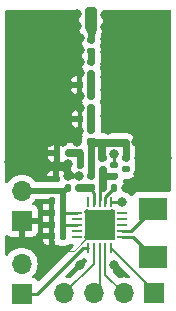
<source format=gbr>
%TF.GenerationSoftware,KiCad,Pcbnew,8.0.4*%
%TF.CreationDate,2024-09-11T18:08:32-07:00*%
%TF.ProjectId,rf-frontend-test,72662d66-726f-46e7-9465-6e642d746573,rev?*%
%TF.SameCoordinates,Original*%
%TF.FileFunction,Copper,L1,Top*%
%TF.FilePolarity,Positive*%
%FSLAX46Y46*%
G04 Gerber Fmt 4.6, Leading zero omitted, Abs format (unit mm)*
G04 Created by KiCad (PCBNEW 8.0.4) date 2024-09-11 18:08:32*
%MOMM*%
%LPD*%
G01*
G04 APERTURE LIST*
G04 Aperture macros list*
%AMRoundRect*
0 Rectangle with rounded corners*
0 $1 Rounding radius*
0 $2 $3 $4 $5 $6 $7 $8 $9 X,Y pos of 4 corners*
0 Add a 4 corners polygon primitive as box body*
4,1,4,$2,$3,$4,$5,$6,$7,$8,$9,$2,$3,0*
0 Add four circle primitives for the rounded corners*
1,1,$1+$1,$2,$3*
1,1,$1+$1,$4,$5*
1,1,$1+$1,$6,$7*
1,1,$1+$1,$8,$9*
0 Add four rect primitives between the rounded corners*
20,1,$1+$1,$2,$3,$4,$5,0*
20,1,$1+$1,$4,$5,$6,$7,0*
20,1,$1+$1,$6,$7,$8,$9,0*
20,1,$1+$1,$8,$9,$2,$3,0*%
G04 Aperture macros list end*
%TA.AperFunction,Conductor*%
%ADD10C,0.200000*%
%TD*%
%TA.AperFunction,Conductor*%
%ADD11C,0.620000*%
%TD*%
%TA.AperFunction,Conductor*%
%ADD12C,0.640000*%
%TD*%
%TA.AperFunction,Conductor*%
%ADD13C,0.590000*%
%TD*%
%TA.AperFunction,Conductor*%
%ADD14C,0.560000*%
%TD*%
%TA.AperFunction,Conductor*%
%ADD15C,0.250000*%
%TD*%
%TA.AperFunction,SMDPad,CuDef*%
%ADD16RoundRect,0.147500X0.172500X-0.147500X0.172500X0.147500X-0.172500X0.147500X-0.172500X-0.147500X0*%
%TD*%
%TA.AperFunction,SMDPad,CuDef*%
%ADD17RoundRect,0.140000X0.140000X0.170000X-0.140000X0.170000X-0.140000X-0.170000X0.140000X-0.170000X0*%
%TD*%
%TA.AperFunction,SMDPad,CuDef*%
%ADD18RoundRect,0.140000X0.170000X-0.140000X0.170000X0.140000X-0.170000X0.140000X-0.170000X-0.140000X0*%
%TD*%
%TA.AperFunction,ComponentPad*%
%ADD19R,1.700000X1.700000*%
%TD*%
%TA.AperFunction,ComponentPad*%
%ADD20O,1.700000X1.700000*%
%TD*%
%TA.AperFunction,SMDPad,CuDef*%
%ADD21RoundRect,0.062500X-0.062500X0.362500X-0.062500X-0.362500X0.062500X-0.362500X0.062500X0.362500X0*%
%TD*%
%TA.AperFunction,SMDPad,CuDef*%
%ADD22RoundRect,0.062500X-0.362500X0.062500X-0.362500X-0.062500X0.362500X-0.062500X0.362500X0.062500X0*%
%TD*%
%TA.AperFunction,HeatsinkPad*%
%ADD23C,0.500000*%
%TD*%
%TA.AperFunction,HeatsinkPad*%
%ADD24R,2.600000X2.600000*%
%TD*%
%TA.AperFunction,SMDPad,CuDef*%
%ADD25R,2.400000X1.900000*%
%TD*%
%TA.AperFunction,SMDPad,CuDef*%
%ADD26RoundRect,0.147500X-0.147500X-0.172500X0.147500X-0.172500X0.147500X0.172500X-0.147500X0.172500X0*%
%TD*%
%TA.AperFunction,SMDPad,CuDef*%
%ADD27RoundRect,0.250000X-0.250000X-0.750000X0.250000X-0.750000X0.250000X0.750000X-0.250000X0.750000X0*%
%TD*%
%TA.AperFunction,SMDPad,CuDef*%
%ADD28RoundRect,0.135000X0.135000X0.185000X-0.135000X0.185000X-0.135000X-0.185000X0.135000X-0.185000X0*%
%TD*%
%TA.AperFunction,SMDPad,CuDef*%
%ADD29RoundRect,0.147500X0.147500X0.172500X-0.147500X0.172500X-0.147500X-0.172500X0.147500X-0.172500X0*%
%TD*%
%TA.AperFunction,ViaPad*%
%ADD30C,0.800000*%
%TD*%
%TA.AperFunction,Conductor*%
%ADD31C,0.100000*%
%TD*%
%TA.AperFunction,Conductor*%
%ADD32C,0.500000*%
%TD*%
G04 APERTURE END LIST*
D10*
%TO.N,Net-(AE1-A)*%
X118070000Y-48720000D02*
X117780000Y-48070000D01*
X118370000Y-48640000D02*
X118560000Y-48010000D01*
D11*
X118180000Y-48965000D02*
X118180000Y-47215000D01*
%TO.N,Net-(CC1-Pad1)*%
X118180000Y-50810000D02*
X118180000Y-49980000D01*
D12*
%TO.N,Net-(CF3-Pad1)*%
X118180000Y-53710000D02*
X118180000Y-51870000D01*
%TO.N,Net-(CF2-Pad1)*%
X118180000Y-56570000D02*
X118180000Y-54740000D01*
D10*
%TO.N,Net-(C6-Pad2)*%
X118550000Y-57550000D02*
X118390000Y-57390000D01*
D12*
%TO.N,Net-(CF1-Pad2)*%
X116320000Y-58560000D02*
X117160000Y-58560000D01*
D13*
X117190000Y-59560000D02*
X117190000Y-58560000D01*
D12*
%TO.N,Net-(C6-Pad2)*%
X121100000Y-57700000D02*
X118160000Y-57700000D01*
D14*
%TO.N,Net-(U1-RXn)*%
X120100000Y-60500000D02*
X119100000Y-60500000D01*
D12*
%TO.N,Net-(U1-TX)*%
X117144800Y-61468000D02*
X118160800Y-61468000D01*
D15*
%TO.N,Net-(U1-RXn)*%
X118872000Y-62484000D02*
X118872000Y-59775000D01*
D11*
%TO.N,Net-(C6-Pad2)*%
X121100000Y-58950000D02*
X121100000Y-57790000D01*
D12*
%TO.N,Net-(U1-RXn)*%
X119126000Y-59975000D02*
X119126000Y-61468000D01*
D11*
%TO.N,Net-(C6-Pad2)*%
X118160000Y-60450000D02*
X118160000Y-57850000D01*
D15*
%TO.N,Net-(U1-TX)*%
X118375000Y-61917800D02*
X118375000Y-62832200D01*
D12*
%TO.N,Net-(C6-Pad2)*%
X119120000Y-58950000D02*
X119120000Y-57830000D01*
D15*
%TO.N,Net-(U1-TX)*%
X118110000Y-61663747D02*
G75*
G02*
X118371453Y-61925200I0J-261453D01*
G01*
%TD*%
D16*
%TO.P,LF4,1,1*%
%TO.N,Net-(CF3-Pad1)*%
X118180000Y-51840000D03*
%TO.P,LF4,2,2*%
%TO.N,Net-(CC1-Pad1)*%
X118180000Y-50870000D03*
%TD*%
D17*
%TO.P,CF2,1*%
%TO.N,Net-(CF2-Pad1)*%
X118220000Y-55650000D03*
%TO.P,CF2,2*%
%TO.N,GND*%
X117260000Y-55650000D03*
%TD*%
D18*
%TO.P,C3,1*%
%TO.N,+3.3V*%
X115220000Y-61720000D03*
%TO.P,C3,2*%
%TO.N,GND*%
X115220000Y-60760000D03*
%TD*%
D19*
%TO.P,J1,1,Pin_1*%
%TO.N,~{RF_IRQ}*%
X112280000Y-70445000D03*
D20*
%TO.P,J1,2,Pin_2*%
%TO.N,~{RF_EN}*%
X112280000Y-67905000D03*
%TD*%
D18*
%TO.P,CR1,1*%
%TO.N,Net-(U1-RXn)*%
X120100000Y-60500000D03*
%TO.P,CR1,2*%
%TO.N,GND*%
X120100000Y-59540000D03*
%TD*%
D17*
%TO.P,C2,1*%
%TO.N,+3.3V*%
X115800000Y-62650000D03*
%TO.P,C2,2*%
%TO.N,GND*%
X114840000Y-62650000D03*
%TD*%
D18*
%TO.P,CC1,1*%
%TO.N,Net-(CC1-Pad1)*%
X118180000Y-49950000D03*
%TO.P,CC1,2*%
%TO.N,Net-(AE1-A)*%
X118180000Y-48990000D03*
%TD*%
D21*
%TO.P,U1,1,SDN*%
%TO.N,~{RF_EN}*%
X119872000Y-62700000D03*
%TO.P,U1,2,RXp*%
%TO.N,Net-(U1-RXp)*%
X119372000Y-62700000D03*
%TO.P,U1,3,RXn*%
%TO.N,Net-(U1-RXn)*%
X118872000Y-62700000D03*
%TO.P,U1,4,TX*%
%TO.N,Net-(U1-TX)*%
X118372000Y-62700000D03*
%TO.P,U1,5,NC*%
%TO.N,unconnected-(U1-NC-Pad5)*%
X117872000Y-62700000D03*
D22*
%TO.P,U1,6,VDD*%
%TO.N,+3.3V*%
X116947000Y-63625000D03*
%TO.P,U1,7,TXRAMP*%
%TO.N,unconnected-(U1-TXRAMP-Pad7)*%
X116947000Y-64125000D03*
%TO.P,U1,8,VDD*%
%TO.N,+3.3V*%
X116947000Y-64625000D03*
%TO.P,U1,9,GPIO0*%
%TO.N,unconnected-(U1-GPIO0-Pad9)*%
X116947000Y-65125000D03*
%TO.P,U1,10,GPIO1*%
%TO.N,unconnected-(U1-GPIO1-Pad10)*%
X116947000Y-65625000D03*
D21*
%TO.P,U1,11,~{IRQ}*%
%TO.N,~{RF_IRQ}*%
X117872000Y-66550000D03*
%TO.P,U1,12,SCLK*%
%TO.N,SCLK*%
X118372000Y-66550000D03*
%TO.P,U1,13,SDO*%
%TO.N,MISO*%
X118872000Y-66550000D03*
%TO.P,U1,14,SDI*%
%TO.N,MOSI*%
X119372000Y-66550000D03*
%TO.P,U1,15,~{SEL}*%
%TO.N,~{RF_CS}*%
X119872000Y-66550000D03*
D22*
%TO.P,U1,16,XOUT*%
%TO.N,Net-(U1-XOUT)*%
X120797000Y-65625000D03*
%TO.P,U1,17,XIN*%
%TO.N,Net-(U1-XIN)*%
X120797000Y-65125000D03*
%TO.P,U1,18,GND*%
%TO.N,unconnected-(U1-GND-Pad18)*%
X120797000Y-64625000D03*
%TO.P,U1,19,GPIO2*%
%TO.N,unconnected-(U1-GPIO2-Pad19)*%
X120797000Y-64125000D03*
%TO.P,U1,20,GPIO3*%
%TO.N,unconnected-(U1-GPIO3-Pad20)*%
X120797000Y-63625000D03*
D23*
%TO.P,U1,21,GND*%
%TO.N,GND*%
X119922000Y-63575000D03*
X117822000Y-63575000D03*
D24*
X118872000Y-64625000D03*
D23*
X119922000Y-65675000D03*
X117822000Y-65675000D03*
%TD*%
D17*
%TO.P,C5,2*%
%TO.N,GND*%
X114840000Y-63620000D03*
%TO.P,C5,1*%
%TO.N,+3.3V*%
X115800000Y-63620000D03*
%TD*%
D25*
%TO.P,Y1,1,1*%
%TO.N,Net-(U1-XIN)*%
X123410000Y-63270000D03*
%TO.P,Y1,2,2*%
%TO.N,Net-(U1-XOUT)*%
X123410000Y-67370000D03*
%TD*%
D16*
%TO.P,LF3,1,1*%
%TO.N,Net-(CF2-Pad1)*%
X118180000Y-54705000D03*
%TO.P,LF3,2,2*%
%TO.N,Net-(CF3-Pad1)*%
X118180000Y-53735000D03*
%TD*%
D17*
%TO.P,CF1,1*%
%TO.N,Net-(C6-Pad2)*%
X118170000Y-59540000D03*
%TO.P,CF1,2*%
%TO.N,Net-(CF1-Pad2)*%
X117210000Y-59540000D03*
%TD*%
D26*
%TO.P,Lchk1,1,1*%
%TO.N,+3.3V*%
X116174800Y-61468000D03*
%TO.P,Lchk1,2,2*%
%TO.N,Net-(U1-TX)*%
X117144800Y-61468000D03*
%TD*%
D18*
%TO.P,C6,1*%
%TO.N,Net-(U1-TX)*%
X118160800Y-61440000D03*
%TO.P,C6,2*%
%TO.N,Net-(C6-Pad2)*%
X118160800Y-60480000D03*
%TD*%
D17*
%TO.P,C4,1*%
%TO.N,+3.3V*%
X115790000Y-64610000D03*
%TO.P,C4,2*%
%TO.N,GND*%
X114830000Y-64610000D03*
%TD*%
D16*
%TO.P,LR2,1,1*%
%TO.N,Net-(U1-RXn)*%
X119126000Y-59944000D03*
%TO.P,LR2,2,2*%
%TO.N,Net-(C6-Pad2)*%
X119126000Y-58974000D03*
%TD*%
D20*
%TO.P,J2,4,Pin_4*%
%TO.N,SCLK*%
X115900000Y-70440000D03*
%TO.P,J2,3,Pin_3*%
%TO.N,MISO*%
X118440000Y-70440000D03*
%TO.P,J2,2,Pin_2*%
%TO.N,MOSI*%
X120980000Y-70440000D03*
D19*
%TO.P,J2,1,Pin_1*%
%TO.N,~{RF_CS}*%
X123520000Y-70440000D03*
%TD*%
D27*
%TO.P,AE1,1,A*%
%TO.N,Net-(AE1-A)*%
X118160000Y-47240000D03*
%TD*%
D18*
%TO.P,CR2,1*%
%TO.N,Net-(U1-RXp)*%
X121100000Y-59938800D03*
%TO.P,CR2,2*%
%TO.N,Net-(C6-Pad2)*%
X121100000Y-58978800D03*
%TD*%
D16*
%TO.P,LF2,1,1*%
%TO.N,Net-(C6-Pad2)*%
X118180000Y-57570000D03*
%TO.P,LF2,2,2*%
%TO.N,Net-(CF2-Pad1)*%
X118180000Y-56600000D03*
%TD*%
D28*
%TO.P,RF1,1*%
%TO.N,Net-(CF1-Pad2)*%
X116270000Y-58560000D03*
%TO.P,RF1,2*%
%TO.N,GND*%
X115250000Y-58560000D03*
%TD*%
D19*
%TO.P,J3,1,Pin_1*%
%TO.N,GND*%
X112290000Y-64265000D03*
D20*
%TO.P,J3,2,Pin_2*%
%TO.N,+3.3V*%
X112290000Y-61725000D03*
%TD*%
D26*
%TO.P,LF1,1,1*%
%TO.N,Net-(CF1-Pad2)*%
X117185000Y-58550000D03*
%TO.P,LF1,2,2*%
%TO.N,Net-(C6-Pad2)*%
X118155000Y-58550000D03*
%TD*%
D29*
%TO.P,LR1,1,1*%
%TO.N,Net-(U1-RXp)*%
X120119000Y-61468000D03*
%TO.P,LR1,2,2*%
%TO.N,Net-(U1-RXn)*%
X119149000Y-61468000D03*
%TD*%
D17*
%TO.P,CF3,1*%
%TO.N,Net-(CF3-Pad1)*%
X118170000Y-52790000D03*
%TO.P,CF3,2*%
%TO.N,GND*%
X117210000Y-52790000D03*
%TD*%
%TO.P,C1,1*%
%TO.N,+3.3V*%
X115790000Y-65570000D03*
%TO.P,C1,2*%
%TO.N,GND*%
X114830000Y-65570000D03*
%TD*%
D30*
%TO.N,GND*%
X113300000Y-56700000D03*
X112900000Y-55300000D03*
X114700000Y-54900000D03*
X114800000Y-53100000D03*
X113100000Y-53500000D03*
X115600000Y-50900000D03*
X113700000Y-51400000D03*
X113500000Y-49100000D03*
X115800000Y-48600000D03*
X115300000Y-47200000D03*
X113600000Y-47000000D03*
X111400000Y-47000000D03*
X111400000Y-48800000D03*
X111400000Y-51100000D03*
X111400000Y-53700000D03*
X111300000Y-56500000D03*
X112200000Y-58200000D03*
X111200000Y-59300000D03*
X113000000Y-59300000D03*
X117000000Y-46800000D03*
X117000000Y-47800000D03*
X117200000Y-48800000D03*
X117200000Y-49800000D03*
X117200000Y-50800000D03*
X117200000Y-51800000D03*
X116300000Y-52800000D03*
X117200000Y-53700000D03*
X117200000Y-54700000D03*
X116300000Y-55700000D03*
X117100000Y-56700000D03*
X117000000Y-57600000D03*
X115800000Y-57600000D03*
X114700000Y-57600000D03*
X114200000Y-58600000D03*
X115200000Y-59600000D03*
X116200000Y-60500000D03*
X116200000Y-59500000D03*
X117100000Y-60500000D03*
X117200000Y-68000000D03*
X120100000Y-68000000D03*
X115200000Y-66800000D03*
X124600000Y-59000000D03*
X124100000Y-56700000D03*
X122900000Y-54900000D03*
X124200000Y-53000000D03*
X122600000Y-51400000D03*
X124300000Y-49300000D03*
X124300000Y-47000000D03*
X122600000Y-48200000D03*
X121500000Y-46900000D03*
X120900000Y-48200000D03*
X120900000Y-49800000D03*
X120900000Y-51400000D03*
X120900000Y-53100000D03*
X120900000Y-54800000D03*
X119300000Y-46900000D03*
X119300000Y-47900000D03*
X119300000Y-48900000D03*
X119300000Y-50000000D03*
X119300000Y-51000000D03*
X119300000Y-52100000D03*
X119300000Y-53200000D03*
X119300000Y-54200000D03*
X119300000Y-55400000D03*
X119600000Y-56600000D03*
X121100000Y-56400000D03*
X122000000Y-57600000D03*
X122200000Y-59000000D03*
X123400000Y-59800000D03*
X124500000Y-61300000D03*
X123400000Y-58300000D03*
X122100000Y-60300000D03*
X123000000Y-61400000D03*
X121100000Y-61500000D03*
X120100000Y-58620000D03*
%TO.N,~{RF_EN}*%
X120800000Y-62700000D03*
%TD*%
D31*
%TO.N,GND*%
X118872000Y-64625000D02*
X118844670Y-64625000D01*
X118844670Y-64625000D02*
X116669670Y-66800000D01*
X116669670Y-66800000D02*
X115200000Y-66800000D01*
D15*
X120100000Y-59540000D02*
X120100000Y-58620000D01*
%TO.N,~{RF_EN}*%
X119872000Y-62700000D02*
X120800000Y-62700000D01*
D32*
%TO.N,+3.3V*%
X115220000Y-61720000D02*
X112295000Y-61720000D01*
D15*
X112295000Y-61720000D02*
X112290000Y-61725000D01*
%TO.N,~{RF_IRQ}*%
X117872000Y-66550000D02*
X117450000Y-66550000D01*
X117450000Y-66550000D02*
X113555000Y-70445000D01*
X113555000Y-70445000D02*
X112280000Y-70445000D01*
D32*
%TO.N,+3.3V*%
X115220000Y-61720000D02*
X115677200Y-61720000D01*
D15*
X115677200Y-61720000D02*
X115800000Y-61842800D01*
D32*
X115800000Y-62650000D02*
X115800000Y-61842800D01*
X115800000Y-61842800D02*
X116174800Y-61468000D01*
X115800000Y-63620000D02*
X115800000Y-62650000D01*
X115790000Y-64610000D02*
X115790000Y-63630000D01*
D15*
X115790000Y-63630000D02*
X115800000Y-63620000D01*
D32*
X115790000Y-65570000D02*
X115790000Y-64610000D01*
D15*
X116947000Y-63625000D02*
X115805000Y-63625000D01*
X115805000Y-63625000D02*
X115800000Y-63620000D01*
X116947000Y-64625000D02*
X115805000Y-64625000D01*
X115805000Y-64625000D02*
X115790000Y-64610000D01*
D10*
%TO.N,SCLK*%
X118372000Y-66550000D02*
X118372000Y-67968000D01*
X118372000Y-67968000D02*
X115900000Y-70440000D01*
%TO.N,MISO*%
X118872000Y-66550000D02*
X118872000Y-70008000D01*
X118872000Y-70008000D02*
X118440000Y-70440000D01*
%TO.N,MOSI*%
X119372000Y-66550000D02*
X119372000Y-68832000D01*
X119372000Y-68832000D02*
X120980000Y-70440000D01*
%TO.N,~{RF_CS}*%
X119872000Y-66550000D02*
X123520000Y-70198000D01*
X123520000Y-70198000D02*
X123520000Y-70440000D01*
D15*
%TO.N,Net-(U1-XOUT)*%
X120797000Y-65625000D02*
X121665000Y-65625000D01*
X121665000Y-65625000D02*
X123410000Y-67370000D01*
%TO.N,Net-(U1-XIN)*%
X120797000Y-65125000D02*
X121555000Y-65125000D01*
X121555000Y-65125000D02*
X123410000Y-63270000D01*
D10*
%TO.N,Net-(U1-RXp)*%
X120142000Y-61445000D02*
X120119000Y-61468000D01*
X120119000Y-61541800D02*
X120119000Y-61468000D01*
D15*
X119372000Y-62738000D02*
X119372000Y-62288800D01*
X119372000Y-62288800D02*
X120119000Y-61541800D01*
D10*
%TO.N,Net-(U1-RXn)*%
X119149000Y-60048000D02*
X119126000Y-60025000D01*
%TD*%
%TA.AperFunction,Conductor*%
%TO.N,GND*%
G36*
X114872523Y-62475422D02*
G01*
X114930097Y-62492149D01*
X114988980Y-62529753D01*
X115018187Y-62593226D01*
X115019500Y-62611224D01*
X115019500Y-62884697D01*
X115022356Y-62920991D01*
X115022357Y-62920994D01*
X115044576Y-62997469D01*
X115049500Y-63032065D01*
X115049500Y-63237934D01*
X115044576Y-63272530D01*
X115022357Y-63349005D01*
X115022356Y-63349008D01*
X115019500Y-63385302D01*
X115019500Y-63854697D01*
X115022356Y-63890991D01*
X115022357Y-63890994D01*
X115034576Y-63933050D01*
X115039500Y-63967646D01*
X115039500Y-64227934D01*
X115034576Y-64262530D01*
X115012357Y-64339005D01*
X115012356Y-64339008D01*
X115009500Y-64375302D01*
X115009500Y-64844697D01*
X115012356Y-64880991D01*
X115012357Y-64880994D01*
X115034576Y-64957469D01*
X115039500Y-64992065D01*
X115039500Y-65187934D01*
X115034576Y-65222530D01*
X115012357Y-65299005D01*
X115012356Y-65299008D01*
X115009500Y-65335302D01*
X115009500Y-65804697D01*
X115012356Y-65840991D01*
X115012357Y-65840997D01*
X115057503Y-65996389D01*
X115057505Y-65996393D01*
X115057506Y-65996395D01*
X115062732Y-66005233D01*
X115080000Y-66068352D01*
X115080000Y-66374503D01*
X115226194Y-66332032D01*
X115246384Y-66320091D01*
X115314108Y-66302906D01*
X115372629Y-66320089D01*
X115393605Y-66332494D01*
X115434587Y-66344400D01*
X115549002Y-66377642D01*
X115549005Y-66377642D01*
X115549007Y-66377643D01*
X115585310Y-66380500D01*
X115585318Y-66380500D01*
X115994682Y-66380500D01*
X115994690Y-66380500D01*
X116030993Y-66377643D01*
X116030995Y-66377642D01*
X116030997Y-66377642D01*
X116071975Y-66365736D01*
X116186395Y-66332494D01*
X116324507Y-66250815D01*
X116332402Y-66246146D01*
X116334257Y-66249282D01*
X116383453Y-66229437D01*
X116429055Y-66236214D01*
X116429674Y-66233905D01*
X116437524Y-66236008D01*
X116437526Y-66236008D01*
X116437528Y-66236009D01*
X116547599Y-66250500D01*
X116565544Y-66250499D01*
X116632582Y-66270181D01*
X116678339Y-66322982D01*
X116688286Y-66392140D01*
X116659264Y-66455697D01*
X116653228Y-66462180D01*
X113755874Y-69359534D01*
X113694551Y-69393019D01*
X113624859Y-69388035D01*
X113568926Y-69346164D01*
X113487546Y-69237454D01*
X113407970Y-69177883D01*
X113372335Y-69151206D01*
X113372328Y-69151202D01*
X113240917Y-69102189D01*
X113184983Y-69060318D01*
X113160566Y-68994853D01*
X113175418Y-68926580D01*
X113196563Y-68898332D01*
X113318495Y-68776401D01*
X113454035Y-68582830D01*
X113553903Y-68368663D01*
X113615063Y-68140408D01*
X113635659Y-67905000D01*
X113615063Y-67669592D01*
X113563018Y-67475355D01*
X113553905Y-67441344D01*
X113553904Y-67441343D01*
X113553903Y-67441337D01*
X113454035Y-67227171D01*
X113433925Y-67198450D01*
X113318494Y-67033597D01*
X113151402Y-66866506D01*
X113151395Y-66866501D01*
X112957834Y-66730967D01*
X112957830Y-66730965D01*
X112957828Y-66730964D01*
X112743663Y-66631097D01*
X112743659Y-66631096D01*
X112743655Y-66631094D01*
X112515413Y-66569938D01*
X112515403Y-66569936D01*
X112280001Y-66549341D01*
X112279999Y-66549341D01*
X112044596Y-66569936D01*
X112044586Y-66569938D01*
X111816344Y-66631094D01*
X111816335Y-66631098D01*
X111602171Y-66730964D01*
X111602169Y-66730965D01*
X111408597Y-66866505D01*
X111241505Y-67033597D01*
X111126075Y-67198450D01*
X111071498Y-67242075D01*
X111002000Y-67249269D01*
X110939645Y-67217746D01*
X110904231Y-67157516D01*
X110900500Y-67127327D01*
X110900500Y-65820000D01*
X114051210Y-65820000D01*
X114052854Y-65840910D01*
X114097968Y-65996195D01*
X114180278Y-66135374D01*
X114180285Y-66135383D01*
X114294616Y-66249714D01*
X114294625Y-66249721D01*
X114433804Y-66332031D01*
X114580000Y-66374504D01*
X114580000Y-65820000D01*
X114051210Y-65820000D01*
X110900500Y-65820000D01*
X110900500Y-65583433D01*
X110920185Y-65516394D01*
X110972989Y-65470639D01*
X111042147Y-65460695D01*
X111098811Y-65484167D01*
X111197906Y-65558350D01*
X111197913Y-65558354D01*
X111332620Y-65608596D01*
X111332627Y-65608598D01*
X111392155Y-65614999D01*
X111392172Y-65615000D01*
X112040000Y-65615000D01*
X112040000Y-64698012D01*
X112097007Y-64730925D01*
X112224174Y-64765000D01*
X112355826Y-64765000D01*
X112482993Y-64730925D01*
X112540000Y-64698012D01*
X112540000Y-65615000D01*
X113187828Y-65615000D01*
X113187844Y-65614999D01*
X113247372Y-65608598D01*
X113247379Y-65608596D01*
X113382086Y-65558354D01*
X113382093Y-65558350D01*
X113497187Y-65472190D01*
X113497190Y-65472187D01*
X113583350Y-65357093D01*
X113583354Y-65357086D01*
X113597186Y-65319999D01*
X114051209Y-65319999D01*
X114051210Y-65320000D01*
X114580000Y-65320000D01*
X114580000Y-64860000D01*
X114051210Y-64860000D01*
X114052854Y-64880910D01*
X114097968Y-65036195D01*
X114099942Y-65040756D01*
X114108499Y-65110099D01*
X114099942Y-65139244D01*
X114097966Y-65143809D01*
X114052855Y-65299081D01*
X114052854Y-65299087D01*
X114051209Y-65319999D01*
X113597186Y-65319999D01*
X113633596Y-65222379D01*
X113633598Y-65222372D01*
X113639999Y-65162844D01*
X113640000Y-65162827D01*
X113640000Y-64515000D01*
X112723012Y-64515000D01*
X112755925Y-64457993D01*
X112782183Y-64359999D01*
X114051209Y-64359999D01*
X114051210Y-64360000D01*
X114580000Y-64360000D01*
X114580000Y-63870000D01*
X114061210Y-63870000D01*
X114062854Y-63890910D01*
X114107968Y-64046195D01*
X114111066Y-64053353D01*
X114109069Y-64054216D01*
X114123511Y-64111159D01*
X114106331Y-64169662D01*
X114097970Y-64183799D01*
X114097966Y-64183809D01*
X114052855Y-64339081D01*
X114052854Y-64339087D01*
X114051209Y-64359999D01*
X112782183Y-64359999D01*
X112790000Y-64330826D01*
X112790000Y-64199174D01*
X112755925Y-64072007D01*
X112723012Y-64015000D01*
X113640000Y-64015000D01*
X113640000Y-63369999D01*
X114061209Y-63369999D01*
X114061210Y-63370000D01*
X114590000Y-63370000D01*
X114590000Y-62900000D01*
X114061210Y-62900000D01*
X114062854Y-62920910D01*
X114107968Y-63076195D01*
X114111066Y-63083353D01*
X114108602Y-63084419D01*
X114122596Y-63139632D01*
X114109048Y-63185773D01*
X114111066Y-63186647D01*
X114107966Y-63193809D01*
X114062855Y-63349081D01*
X114062854Y-63349087D01*
X114061209Y-63369999D01*
X113640000Y-63369999D01*
X113640000Y-63367172D01*
X113639999Y-63367155D01*
X113633598Y-63307627D01*
X113633596Y-63307620D01*
X113583354Y-63172913D01*
X113583350Y-63172906D01*
X113497190Y-63057812D01*
X113497187Y-63057809D01*
X113382093Y-62971649D01*
X113382088Y-62971646D01*
X113250528Y-62922577D01*
X113194595Y-62880705D01*
X113170178Y-62815241D01*
X113185030Y-62746968D01*
X113206175Y-62718720D01*
X113328495Y-62596401D01*
X113379628Y-62523376D01*
X113434205Y-62479751D01*
X113481202Y-62470500D01*
X114837934Y-62470500D01*
X114872523Y-62475422D01*
G37*
%TD.AperFunction*%
%TA.AperFunction,Conductor*%
G36*
X117565994Y-67421108D02*
G01*
X117570109Y-67422727D01*
X117662528Y-67461009D01*
X117663683Y-67461161D01*
X117664583Y-67461559D01*
X117670378Y-67463112D01*
X117670135Y-67464015D01*
X117727580Y-67489426D01*
X117766052Y-67547750D01*
X117771500Y-67584100D01*
X117771500Y-67667902D01*
X117751815Y-67734941D01*
X117735181Y-67755583D01*
X116383530Y-69107233D01*
X116322207Y-69140718D01*
X116263756Y-69139327D01*
X116135413Y-69104938D01*
X116135403Y-69104936D01*
X116073177Y-69099492D01*
X116008109Y-69074039D01*
X115967131Y-69017447D01*
X115963254Y-68947685D01*
X115996303Y-68888285D01*
X117434981Y-67449607D01*
X117496302Y-67416124D01*
X117565994Y-67421108D01*
G37*
%TD.AperFunction*%
%TA.AperFunction,Conductor*%
G36*
X120177703Y-67705384D02*
G01*
X120184181Y-67711416D01*
X121383080Y-68910315D01*
X121416565Y-68971638D01*
X121411581Y-69041330D01*
X121369709Y-69097263D01*
X121304245Y-69121680D01*
X121263306Y-69117771D01*
X121215413Y-69104938D01*
X121215403Y-69104936D01*
X120980001Y-69084341D01*
X120979999Y-69084341D01*
X120744596Y-69104936D01*
X120744583Y-69104939D01*
X120616241Y-69139327D01*
X120546392Y-69137664D01*
X120496468Y-69107233D01*
X120008819Y-68619584D01*
X119975334Y-68558261D01*
X119972500Y-68531903D01*
X119972500Y-67799097D01*
X119992185Y-67732058D01*
X120044989Y-67686303D01*
X120114147Y-67676359D01*
X120177703Y-67705384D01*
G37*
%TD.AperFunction*%
%TA.AperFunction,Conductor*%
G36*
X119654514Y-63609501D02*
G01*
X119654674Y-63608905D01*
X119662524Y-63611008D01*
X119662526Y-63611008D01*
X119662528Y-63611009D01*
X119765661Y-63624586D01*
X119829556Y-63652852D01*
X119868028Y-63711176D01*
X119872414Y-63731341D01*
X119885989Y-63834469D01*
X119888094Y-63842322D01*
X119884814Y-63843200D01*
X119890581Y-63897073D01*
X119887516Y-63907524D01*
X119888094Y-63907679D01*
X119885990Y-63915530D01*
X119884049Y-63930269D01*
X119855780Y-63994164D01*
X119848792Y-64001759D01*
X119595285Y-64255266D01*
X119754052Y-64310822D01*
X119772095Y-64312855D01*
X119836510Y-64339919D01*
X119876067Y-64397513D01*
X119881155Y-64452261D01*
X119871500Y-64525598D01*
X119871500Y-64724396D01*
X119881155Y-64797740D01*
X119870387Y-64866775D01*
X119824006Y-64919029D01*
X119772104Y-64937142D01*
X119754054Y-64939176D01*
X119595285Y-64994732D01*
X119848793Y-65248240D01*
X119882278Y-65309563D01*
X119884051Y-65319735D01*
X119885991Y-65334473D01*
X119888094Y-65342320D01*
X119884803Y-65343201D01*
X119890595Y-65396998D01*
X119887508Y-65407519D01*
X119888095Y-65407677D01*
X119885991Y-65415528D01*
X119872413Y-65518661D01*
X119844146Y-65582557D01*
X119785822Y-65621028D01*
X119765658Y-65625414D01*
X119662530Y-65638989D01*
X119654678Y-65641094D01*
X119653802Y-65637824D01*
X119599853Y-65643567D01*
X119589475Y-65640518D01*
X119589321Y-65641094D01*
X119581476Y-65638991D01*
X119566730Y-65637050D01*
X119502835Y-65608781D01*
X119495239Y-65601792D01*
X119241732Y-65348285D01*
X119186176Y-65507054D01*
X119184142Y-65525104D01*
X119157072Y-65589516D01*
X119099476Y-65629069D01*
X119044738Y-65634154D01*
X118971403Y-65624500D01*
X118772603Y-65624500D01*
X118699258Y-65634155D01*
X118630223Y-65623387D01*
X118577968Y-65577006D01*
X118559855Y-65525094D01*
X118557823Y-65507054D01*
X118557822Y-65507051D01*
X118502266Y-65348285D01*
X118248758Y-65601793D01*
X118187435Y-65635278D01*
X118177264Y-65637051D01*
X118162528Y-65638991D01*
X118154677Y-65641095D01*
X118153802Y-65637829D01*
X118099823Y-65643562D01*
X118089476Y-65640523D01*
X118089323Y-65641095D01*
X118081473Y-65638991D01*
X118081472Y-65638991D01*
X118044731Y-65634154D01*
X117978338Y-65625413D01*
X117914442Y-65597146D01*
X117875971Y-65538822D01*
X117871585Y-65518658D01*
X117871287Y-65516394D01*
X117858009Y-65415528D01*
X117858008Y-65415526D01*
X117858008Y-65415524D01*
X117855905Y-65407674D01*
X117859207Y-65406789D01*
X117853392Y-65353075D01*
X117856501Y-65342485D01*
X117855905Y-65342326D01*
X117858007Y-65334480D01*
X117858007Y-65334475D01*
X117858009Y-65334472D01*
X117859949Y-65319735D01*
X117888211Y-65255842D01*
X117895206Y-65248238D01*
X118148713Y-64994732D01*
X117989942Y-64939175D01*
X117971896Y-64937142D01*
X117907483Y-64910073D01*
X117867930Y-64852476D01*
X117862845Y-64797736D01*
X117872500Y-64724401D01*
X117872499Y-64525600D01*
X117862844Y-64452259D01*
X117873610Y-64383226D01*
X117919990Y-64330970D01*
X117971905Y-64312855D01*
X117989945Y-64310823D01*
X117989948Y-64310822D01*
X118148713Y-64255267D01*
X118148714Y-64255266D01*
X117895207Y-64001759D01*
X117861722Y-63940436D01*
X117859948Y-63930260D01*
X117858009Y-63915528D01*
X117858008Y-63915526D01*
X117858008Y-63915524D01*
X117855906Y-63907679D01*
X117859208Y-63906794D01*
X117853392Y-63853075D01*
X117856501Y-63842485D01*
X117855905Y-63842326D01*
X117858008Y-63834475D01*
X117858008Y-63834474D01*
X117858009Y-63834472D01*
X117871586Y-63731337D01*
X117899852Y-63667443D01*
X117958176Y-63628971D01*
X117978337Y-63624585D01*
X118081472Y-63611009D01*
X118081474Y-63611008D01*
X118081475Y-63611008D01*
X118089326Y-63608905D01*
X118090210Y-63612207D01*
X118143925Y-63606392D01*
X118154514Y-63609501D01*
X118154674Y-63608905D01*
X118162519Y-63611006D01*
X118162521Y-63611006D01*
X118162528Y-63611009D01*
X118177263Y-63612948D01*
X118241157Y-63641212D01*
X118248759Y-63648206D01*
X118502266Y-63901713D01*
X118502267Y-63901713D01*
X118557822Y-63742948D01*
X118557823Y-63742945D01*
X118559855Y-63724905D01*
X118586919Y-63660490D01*
X118644512Y-63620932D01*
X118699257Y-63615844D01*
X118772599Y-63625500D01*
X118971400Y-63625499D01*
X119044739Y-63615844D01*
X119113772Y-63626610D01*
X119166028Y-63672989D01*
X119184142Y-63724896D01*
X119186175Y-63742941D01*
X119241731Y-63901712D01*
X119495237Y-63648207D01*
X119556561Y-63614722D01*
X119566728Y-63612949D01*
X119581472Y-63611009D01*
X119581475Y-63611007D01*
X119589321Y-63608906D01*
X119590205Y-63612208D01*
X119643925Y-63606392D01*
X119654514Y-63609501D01*
G37*
%TD.AperFunction*%
%TA.AperFunction,Conductor*%
G36*
X124842539Y-46420185D02*
G01*
X124888294Y-46472989D01*
X124899500Y-46524500D01*
X124899500Y-61715203D01*
X124879815Y-61782242D01*
X124827011Y-61827997D01*
X124757853Y-61837941D01*
X124732170Y-61831386D01*
X124717484Y-61825909D01*
X124717483Y-61825908D01*
X124657883Y-61819501D01*
X124657881Y-61819500D01*
X124657873Y-61819500D01*
X124657864Y-61819500D01*
X122162129Y-61819500D01*
X122162123Y-61819501D01*
X122102516Y-61825908D01*
X121967671Y-61876202D01*
X121967664Y-61876206D01*
X121852455Y-61962452D01*
X121852452Y-61962455D01*
X121766206Y-62077664D01*
X121766202Y-62077671D01*
X121745453Y-62133304D01*
X121703582Y-62189238D01*
X121638117Y-62213655D01*
X121569845Y-62198803D01*
X121538440Y-62171209D01*
X121536881Y-62172613D01*
X121405870Y-62027111D01*
X121252734Y-61915851D01*
X121252729Y-61915848D01*
X121079807Y-61838857D01*
X121079803Y-61838856D01*
X121012718Y-61824596D01*
X120951236Y-61791403D01*
X120917460Y-61730240D01*
X120914500Y-61703306D01*
X120914500Y-61230067D01*
X120914499Y-61230052D01*
X120911609Y-61193326D01*
X120911608Y-61193320D01*
X120865933Y-61036107D01*
X120865930Y-61036102D01*
X120860231Y-61026465D01*
X120843047Y-60958742D01*
X120860235Y-60900214D01*
X120862494Y-60896395D01*
X120874928Y-60853597D01*
X120887971Y-60808705D01*
X120925577Y-60749819D01*
X120989050Y-60720613D01*
X121007047Y-60719300D01*
X121334682Y-60719300D01*
X121334690Y-60719300D01*
X121370993Y-60716443D01*
X121370995Y-60716442D01*
X121370997Y-60716442D01*
X121441120Y-60696069D01*
X121526395Y-60671294D01*
X121665687Y-60588917D01*
X121780117Y-60474487D01*
X121862494Y-60335195D01*
X121907643Y-60179793D01*
X121910500Y-60143490D01*
X121910500Y-59734110D01*
X121907643Y-59697807D01*
X121906631Y-59694325D01*
X121862495Y-59542409D01*
X121862495Y-59542408D01*
X121862494Y-59542407D01*
X121862494Y-59542405D01*
X121850379Y-59521920D01*
X121833196Y-59454199D01*
X121850379Y-59395680D01*
X121862494Y-59375195D01*
X121907643Y-59219793D01*
X121910500Y-59183490D01*
X121910500Y-58774110D01*
X121910500Y-57843297D01*
X121912883Y-57819105D01*
X121919151Y-57787592D01*
X121920500Y-57780812D01*
X121920500Y-57619188D01*
X121888969Y-57460669D01*
X121830837Y-57320326D01*
X121827119Y-57311350D01*
X121827114Y-57311341D01*
X121737324Y-57176962D01*
X121737321Y-57176958D01*
X121623041Y-57062678D01*
X121623037Y-57062675D01*
X121488658Y-56972885D01*
X121488649Y-56972880D01*
X121339331Y-56911031D01*
X121339323Y-56911029D01*
X121180816Y-56879500D01*
X121180812Y-56879500D01*
X119124500Y-56879500D01*
X119057461Y-56859815D01*
X119011706Y-56807011D01*
X119000500Y-56755500D01*
X119000500Y-54492067D01*
X119000499Y-54492052D01*
X118997609Y-54455326D01*
X118997608Y-54455320D01*
X118951933Y-54298107D01*
X118951932Y-54298106D01*
X118951931Y-54298105D01*
X118951931Y-54298103D01*
X118943070Y-54283120D01*
X118925887Y-54215399D01*
X118943070Y-54156879D01*
X118951931Y-54141897D01*
X118951932Y-54141892D01*
X118951933Y-54141892D01*
X118997608Y-53984679D01*
X118997609Y-53984673D01*
X119000499Y-53947947D01*
X119000500Y-53947940D01*
X119000500Y-53522060D01*
X119000500Y-51789188D01*
X119000500Y-51627060D01*
X118997609Y-51590325D01*
X118997608Y-51590320D01*
X118951933Y-51433107D01*
X118951932Y-51433106D01*
X118951931Y-51433105D01*
X118951931Y-51433103D01*
X118943070Y-51418120D01*
X118925887Y-51350399D01*
X118943070Y-51291879D01*
X118951931Y-51276897D01*
X118951932Y-51276892D01*
X118951933Y-51276892D01*
X118997608Y-51119679D01*
X118997609Y-51119673D01*
X119000499Y-51082947D01*
X119000500Y-51082940D01*
X119000500Y-50657060D01*
X118997609Y-50620325D01*
X118995424Y-50612804D01*
X118990500Y-50578208D01*
X118990500Y-49745317D01*
X118990499Y-49745302D01*
X118987643Y-49709008D01*
X118987642Y-49709002D01*
X118942495Y-49553609D01*
X118942495Y-49553608D01*
X118942494Y-49553607D01*
X118942494Y-49553605D01*
X118930379Y-49533120D01*
X118913196Y-49465399D01*
X118930379Y-49406880D01*
X118942494Y-49386395D01*
X118987643Y-49230993D01*
X118990500Y-49194690D01*
X118990500Y-48785310D01*
X118990500Y-48680554D01*
X118995782Y-48644750D01*
X119002118Y-48623743D01*
X119117981Y-48239561D01*
X119118977Y-48236413D01*
X119149999Y-48142797D01*
X119150242Y-48140416D01*
X119154886Y-48117195D01*
X119157749Y-48107704D01*
X119157749Y-48107703D01*
X119157750Y-48107700D01*
X119159438Y-48053440D01*
X119160021Y-48044698D01*
X119160499Y-48040016D01*
X119160500Y-48040009D01*
X119160499Y-48021276D01*
X119160559Y-48017417D01*
X119162669Y-47949659D01*
X119161859Y-47941569D01*
X119162292Y-47941525D01*
X119160499Y-47926052D01*
X119160499Y-46524500D01*
X119180184Y-46457461D01*
X119232988Y-46411706D01*
X119284499Y-46400500D01*
X124775500Y-46400500D01*
X124842539Y-46420185D01*
G37*
%TD.AperFunction*%
%TA.AperFunction,Conductor*%
G36*
X117102539Y-46420185D02*
G01*
X117148294Y-46472989D01*
X117159500Y-46524500D01*
X117159500Y-48040001D01*
X117159501Y-48040018D01*
X117170000Y-48142796D01*
X117170001Y-48142799D01*
X117192863Y-48211791D01*
X117197614Y-48231295D01*
X117199393Y-48242469D01*
X117199393Y-48242471D01*
X117211006Y-48268499D01*
X117215471Y-48280016D01*
X117225186Y-48309334D01*
X117235447Y-48325970D01*
X117243148Y-48340542D01*
X117358741Y-48599628D01*
X117369500Y-48650151D01*
X117369500Y-49194697D01*
X117372356Y-49230991D01*
X117372357Y-49230997D01*
X117417504Y-49386391D01*
X117417506Y-49386397D01*
X117429620Y-49406880D01*
X117446801Y-49474604D01*
X117429620Y-49533120D01*
X117417506Y-49553602D01*
X117417504Y-49553608D01*
X117372357Y-49709002D01*
X117372356Y-49709008D01*
X117369500Y-49745302D01*
X117369500Y-50578208D01*
X117364576Y-50612804D01*
X117362391Y-50620323D01*
X117362390Y-50620326D01*
X117359500Y-50657052D01*
X117359500Y-51082947D01*
X117362390Y-51119673D01*
X117362391Y-51119679D01*
X117408067Y-51276894D01*
X117416931Y-51291883D01*
X117434110Y-51359608D01*
X117416931Y-51418117D01*
X117408067Y-51433105D01*
X117362391Y-51590320D01*
X117362390Y-51590326D01*
X117359500Y-51627052D01*
X117359500Y-53947947D01*
X117362390Y-53984673D01*
X117362391Y-53984679D01*
X117408067Y-54141894D01*
X117416931Y-54156883D01*
X117434110Y-54224608D01*
X117416931Y-54283117D01*
X117408067Y-54298105D01*
X117362391Y-54455320D01*
X117362390Y-54455326D01*
X117359500Y-54492052D01*
X117359500Y-56812947D01*
X117362390Y-56849673D01*
X117362391Y-56849679D01*
X117408067Y-57006894D01*
X117416931Y-57021883D01*
X117434110Y-57089608D01*
X117416931Y-57148117D01*
X117408067Y-57163105D01*
X117362391Y-57320320D01*
X117362390Y-57320326D01*
X117359500Y-57357052D01*
X117359500Y-57506428D01*
X117357117Y-57530619D01*
X117338311Y-57625163D01*
X117336745Y-57624851D01*
X117313490Y-57682442D01*
X117256455Y-57722801D01*
X117216248Y-57729500D01*
X116972052Y-57729500D01*
X116935328Y-57732390D01*
X116935325Y-57732391D01*
X116927801Y-57734576D01*
X116893209Y-57739500D01*
X116070831Y-57739500D01*
X116070807Y-57739501D01*
X116034794Y-57742335D01*
X115880611Y-57787129D01*
X115880607Y-57787130D01*
X115822628Y-57821419D01*
X115754903Y-57838600D01*
X115696388Y-57821419D01*
X115639189Y-57787592D01*
X115639188Y-57787591D01*
X115500001Y-57747153D01*
X115500000Y-57747154D01*
X115500000Y-58299591D01*
X115499618Y-58309316D01*
X115499500Y-58310803D01*
X115499500Y-58809170D01*
X115499501Y-58809182D01*
X115499618Y-58810663D01*
X115500000Y-58820393D01*
X115500000Y-59372844D01*
X115639194Y-59332405D01*
X115639196Y-59332404D01*
X115696386Y-59298582D01*
X115764109Y-59281398D01*
X115822629Y-59298581D01*
X115880607Y-59332869D01*
X115921268Y-59344682D01*
X116034791Y-59377664D01*
X116034794Y-59377664D01*
X116034796Y-59377665D01*
X116070819Y-59380500D01*
X116229185Y-59380499D01*
X116229197Y-59380500D01*
X116239188Y-59380500D01*
X116270500Y-59380500D01*
X116337539Y-59400185D01*
X116383294Y-59452989D01*
X116394500Y-59504500D01*
X116394500Y-59638350D01*
X116394500Y-59638352D01*
X116394499Y-59638352D01*
X116425070Y-59792036D01*
X116425072Y-59792043D01*
X116428418Y-59800121D01*
X116432932Y-59812975D01*
X116477504Y-59966392D01*
X116477505Y-59966393D01*
X116477506Y-59966395D01*
X116513919Y-60027966D01*
X116559881Y-60105684D01*
X116559887Y-60105692D01*
X116674307Y-60220112D01*
X116674311Y-60220115D01*
X116674313Y-60220117D01*
X116813605Y-60302494D01*
X116854587Y-60314400D01*
X116969002Y-60347642D01*
X116969005Y-60347642D01*
X116969007Y-60347643D01*
X117005310Y-60350500D01*
X117074301Y-60350500D01*
X117098492Y-60352882D01*
X117111650Y-60355500D01*
X117225500Y-60355500D01*
X117292539Y-60375185D01*
X117338294Y-60427989D01*
X117349500Y-60479500D01*
X117349500Y-60523500D01*
X117329815Y-60590539D01*
X117277011Y-60636294D01*
X117225500Y-60647500D01*
X116931852Y-60647500D01*
X116895126Y-60650390D01*
X116895120Y-60650391D01*
X116737905Y-60696067D01*
X116722917Y-60704931D01*
X116655192Y-60722110D01*
X116596683Y-60704931D01*
X116581694Y-60696067D01*
X116424479Y-60650391D01*
X116424473Y-60650390D01*
X116387747Y-60647500D01*
X116387740Y-60647500D01*
X116151875Y-60647500D01*
X116084836Y-60627815D01*
X116039081Y-60575011D01*
X116028257Y-60533223D01*
X116027145Y-60519090D01*
X115982030Y-60363803D01*
X115899721Y-60224625D01*
X115899714Y-60224616D01*
X115785383Y-60110285D01*
X115785374Y-60110278D01*
X115646195Y-60027968D01*
X115646190Y-60027966D01*
X115490918Y-59982855D01*
X115490912Y-59982854D01*
X115470000Y-59981209D01*
X115470000Y-60815500D01*
X115450315Y-60882539D01*
X115397511Y-60928294D01*
X115346000Y-60939500D01*
X114985302Y-60939500D01*
X114949008Y-60942356D01*
X114949005Y-60942357D01*
X114892610Y-60958742D01*
X114872528Y-60964576D01*
X114837934Y-60969500D01*
X113474200Y-60969500D01*
X113407161Y-60949815D01*
X113372625Y-60916623D01*
X113328494Y-60853597D01*
X113161402Y-60686506D01*
X113161395Y-60686501D01*
X112967834Y-60550967D01*
X112967830Y-60550965D01*
X112967828Y-60550964D01*
X112879981Y-60510000D01*
X114415496Y-60510000D01*
X114970000Y-60510000D01*
X114970000Y-59981210D01*
X114969999Y-59981209D01*
X114949087Y-59982854D01*
X114949081Y-59982855D01*
X114793809Y-60027966D01*
X114793804Y-60027968D01*
X114654625Y-60110278D01*
X114654616Y-60110285D01*
X114540285Y-60224616D01*
X114540278Y-60224625D01*
X114457968Y-60363804D01*
X114415496Y-60510000D01*
X112879981Y-60510000D01*
X112753663Y-60451097D01*
X112753659Y-60451096D01*
X112753655Y-60451094D01*
X112525413Y-60389938D01*
X112525403Y-60389936D01*
X112290001Y-60369341D01*
X112289999Y-60369341D01*
X112054596Y-60389936D01*
X112054586Y-60389938D01*
X111826344Y-60451094D01*
X111826335Y-60451098D01*
X111612171Y-60550964D01*
X111612169Y-60550965D01*
X111418597Y-60686505D01*
X111251505Y-60853597D01*
X111126075Y-61032731D01*
X111071498Y-61076356D01*
X111002000Y-61083549D01*
X110939645Y-61052027D01*
X110904231Y-60991797D01*
X110900500Y-60961608D01*
X110900500Y-58810000D01*
X114480069Y-58810000D01*
X114482832Y-58845122D01*
X114482833Y-58845128D01*
X114527592Y-58999188D01*
X114527593Y-58999191D01*
X114609261Y-59137285D01*
X114609268Y-59137294D01*
X114722705Y-59250731D01*
X114722714Y-59250738D01*
X114860805Y-59332404D01*
X115000000Y-59372844D01*
X115000000Y-58810000D01*
X114480069Y-58810000D01*
X110900500Y-58810000D01*
X110900500Y-58310000D01*
X114480069Y-58310000D01*
X115000000Y-58310000D01*
X115000000Y-57747154D01*
X114999998Y-57747153D01*
X114860811Y-57787591D01*
X114860808Y-57787593D01*
X114722714Y-57869261D01*
X114722705Y-57869268D01*
X114609268Y-57982705D01*
X114609261Y-57982714D01*
X114527593Y-58120808D01*
X114527592Y-58120811D01*
X114482833Y-58274871D01*
X114482832Y-58274877D01*
X114480069Y-58310000D01*
X110900500Y-58310000D01*
X110900500Y-55900000D01*
X116481210Y-55900000D01*
X116482854Y-55920910D01*
X116527968Y-56076195D01*
X116610278Y-56215374D01*
X116610285Y-56215383D01*
X116724616Y-56329714D01*
X116724625Y-56329721D01*
X116863804Y-56412031D01*
X117010000Y-56454504D01*
X117010000Y-55900000D01*
X116481210Y-55900000D01*
X110900500Y-55900000D01*
X110900500Y-55399999D01*
X116481209Y-55399999D01*
X116481210Y-55400000D01*
X117010000Y-55400000D01*
X117010000Y-54845494D01*
X117009998Y-54845493D01*
X116863809Y-54887965D01*
X116863806Y-54887967D01*
X116724625Y-54970278D01*
X116724616Y-54970285D01*
X116610285Y-55084616D01*
X116610278Y-55084625D01*
X116527968Y-55223804D01*
X116527966Y-55223809D01*
X116482855Y-55379081D01*
X116482854Y-55379087D01*
X116481209Y-55399999D01*
X110900500Y-55399999D01*
X110900500Y-53040000D01*
X116431210Y-53040000D01*
X116432854Y-53060910D01*
X116477968Y-53216195D01*
X116560278Y-53355374D01*
X116560285Y-53355383D01*
X116674616Y-53469714D01*
X116674625Y-53469721D01*
X116813804Y-53552031D01*
X116960000Y-53594504D01*
X116960000Y-53040000D01*
X116431210Y-53040000D01*
X110900500Y-53040000D01*
X110900500Y-52539999D01*
X116431209Y-52539999D01*
X116431210Y-52540000D01*
X116960000Y-52540000D01*
X116960000Y-51985494D01*
X116959998Y-51985493D01*
X116813809Y-52027965D01*
X116813806Y-52027967D01*
X116674625Y-52110278D01*
X116674616Y-52110285D01*
X116560285Y-52224616D01*
X116560278Y-52224625D01*
X116477968Y-52363804D01*
X116477966Y-52363809D01*
X116432855Y-52519081D01*
X116432854Y-52519087D01*
X116431209Y-52539999D01*
X110900500Y-52539999D01*
X110900500Y-46524500D01*
X110920185Y-46457461D01*
X110972989Y-46411706D01*
X111024500Y-46400500D01*
X117035500Y-46400500D01*
X117102539Y-46420185D01*
G37*
%TD.AperFunction*%
%TD*%
M02*

</source>
